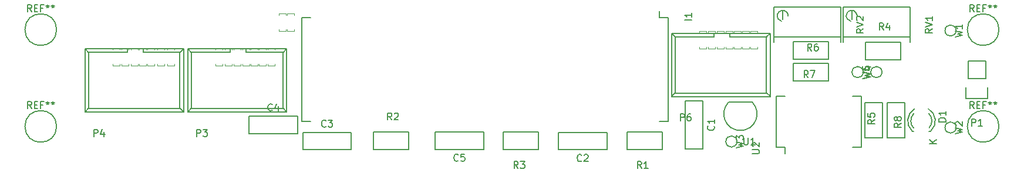
<source format=gto>
G04 #@! TF.FileFunction,Legend,Top*
%FSLAX46Y46*%
G04 Gerber Fmt 4.6, Leading zero omitted, Abs format (unit mm)*
G04 Created by KiCad (PCBNEW 4.0.2-stable) date Wed 13 Apr 2016 05:19:08 PM PDT*
%MOMM*%
G01*
G04 APERTURE LIST*
%ADD10C,0.100000*%
%ADD11C,0.150000*%
G04 APERTURE END LIST*
D10*
D11*
X185903219Y-109000000D02*
G75*
G03X185903219Y-109000000I-803219J0D01*
G01*
X69596000Y-102870000D02*
G75*
G03X69596000Y-102870000I-2286000J0D01*
G01*
X157795000Y-101135000D02*
X156525000Y-101135000D01*
X157795000Y-116105000D02*
X156525000Y-116105000D01*
X104945000Y-116105000D02*
X106215000Y-116105000D01*
X104945000Y-101135000D02*
X106215000Y-101135000D01*
X157795000Y-101135000D02*
X157795000Y-116105000D01*
X104945000Y-101135000D02*
X104945000Y-116105000D01*
X156525000Y-101135000D02*
X156525000Y-100200000D01*
X166649400Y-103886000D02*
X166649400Y-103378000D01*
X164363400Y-103886000D02*
X164363400Y-103378000D01*
X158775400Y-103886000D02*
X164363400Y-103886000D01*
X171983400Y-103886000D02*
X166649400Y-103886000D01*
X171983400Y-112014000D02*
X158775400Y-112014000D01*
X158267400Y-112522000D02*
X172491400Y-112522000D01*
X172491400Y-103378000D02*
X158267400Y-103378000D01*
X158267400Y-103400000D02*
X158807400Y-103950000D01*
X158267400Y-112500000D02*
X158807400Y-111950000D01*
X158807400Y-111950000D02*
X158807400Y-103950000D01*
X158267400Y-112500000D02*
X158267400Y-103400000D01*
X158267400Y-112500000D02*
X158267400Y-103400000D01*
X158807400Y-111950000D02*
X158807400Y-103950000D01*
X158267400Y-112500000D02*
X158807400Y-111950000D01*
X158267400Y-103400000D02*
X158807400Y-103950000D01*
X172491400Y-103400000D02*
X171951400Y-103950000D01*
X172491400Y-112500000D02*
X171951400Y-111950000D01*
X171951400Y-111950000D02*
X171951400Y-103950000D01*
X172491400Y-112500000D02*
X172491400Y-103400000D01*
X172491400Y-112500000D02*
X172491400Y-103400000D01*
X171951400Y-111950000D02*
X171951400Y-103950000D01*
X172491400Y-112500000D02*
X171951400Y-111950000D01*
X172491400Y-103400000D02*
X171951400Y-103950000D01*
D10*
X98755200Y-107823000D02*
X98755200Y-108077000D01*
X98755200Y-108077000D02*
X99771200Y-108077000D01*
X99771200Y-108077000D02*
X99771200Y-107823000D01*
X98755200Y-105791000D02*
X98755200Y-105537000D01*
X98755200Y-105537000D02*
X99771200Y-105537000D01*
X99771200Y-105537000D02*
X99771200Y-105791000D01*
X77724000Y-107823000D02*
X77724000Y-108077000D01*
X77724000Y-108077000D02*
X78740000Y-108077000D01*
X78740000Y-108077000D02*
X78740000Y-107823000D01*
X77724000Y-105791000D02*
X77724000Y-105537000D01*
X77724000Y-105537000D02*
X78740000Y-105537000D01*
X78740000Y-105537000D02*
X78740000Y-105791000D01*
X80289400Y-107823000D02*
X80289400Y-108077000D01*
X80289400Y-108077000D02*
X81305400Y-108077000D01*
X81305400Y-108077000D02*
X81305400Y-107823000D01*
X80289400Y-105791000D02*
X80289400Y-105537000D01*
X80289400Y-105537000D02*
X81305400Y-105537000D01*
X81305400Y-105537000D02*
X81305400Y-105791000D01*
X82677000Y-107823000D02*
X82677000Y-108077000D01*
X82677000Y-108077000D02*
X83693000Y-108077000D01*
X83693000Y-108077000D02*
X83693000Y-107823000D01*
X82677000Y-105791000D02*
X82677000Y-105537000D01*
X82677000Y-105537000D02*
X83693000Y-105537000D01*
X83693000Y-105537000D02*
X83693000Y-105791000D01*
X85521800Y-107823000D02*
X85521800Y-108077000D01*
X85521800Y-108077000D02*
X86537800Y-108077000D01*
X86537800Y-108077000D02*
X86537800Y-107823000D01*
X85521800Y-105791000D02*
X85521800Y-105537000D01*
X85521800Y-105537000D02*
X86537800Y-105537000D01*
X86537800Y-105537000D02*
X86537800Y-105791000D01*
X84099400Y-107823000D02*
X84099400Y-108077000D01*
X84099400Y-108077000D02*
X85115400Y-108077000D01*
X85115400Y-108077000D02*
X85115400Y-107823000D01*
X84099400Y-105791000D02*
X84099400Y-105537000D01*
X84099400Y-105537000D02*
X85115400Y-105537000D01*
X85115400Y-105537000D02*
X85115400Y-105791000D01*
X81508600Y-107823000D02*
X81508600Y-108077000D01*
X81508600Y-108077000D02*
X82524600Y-108077000D01*
X82524600Y-108077000D02*
X82524600Y-107823000D01*
X81508600Y-105791000D02*
X81508600Y-105537000D01*
X81508600Y-105537000D02*
X82524600Y-105537000D01*
X82524600Y-105537000D02*
X82524600Y-105791000D01*
X78994000Y-107823000D02*
X78994000Y-108077000D01*
X78994000Y-108077000D02*
X80010000Y-108077000D01*
X80010000Y-108077000D02*
X80010000Y-107823000D01*
X78994000Y-105791000D02*
X78994000Y-105537000D01*
X78994000Y-105537000D02*
X80010000Y-105537000D01*
X80010000Y-105537000D02*
X80010000Y-105791000D01*
X92532200Y-107823000D02*
X92532200Y-108077000D01*
X92532200Y-108077000D02*
X93548200Y-108077000D01*
X93548200Y-108077000D02*
X93548200Y-107823000D01*
X92532200Y-105791000D02*
X92532200Y-105537000D01*
X92532200Y-105537000D02*
X93548200Y-105537000D01*
X93548200Y-105537000D02*
X93548200Y-105791000D01*
X95123000Y-107823000D02*
X95123000Y-108077000D01*
X95123000Y-108077000D02*
X96139000Y-108077000D01*
X96139000Y-108077000D02*
X96139000Y-107823000D01*
X95123000Y-105791000D02*
X95123000Y-105537000D01*
X95123000Y-105537000D02*
X96139000Y-105537000D01*
X96139000Y-105537000D02*
X96139000Y-105791000D01*
X97561400Y-107823000D02*
X97561400Y-108077000D01*
X97561400Y-108077000D02*
X98577400Y-108077000D01*
X98577400Y-108077000D02*
X98577400Y-107823000D01*
X97561400Y-105791000D02*
X97561400Y-105537000D01*
X97561400Y-105537000D02*
X98577400Y-105537000D01*
X98577400Y-105537000D02*
X98577400Y-105791000D01*
X99999800Y-107797600D02*
X99999800Y-108051600D01*
X99999800Y-108051600D02*
X101015800Y-108051600D01*
X101015800Y-108051600D02*
X101015800Y-107797600D01*
X99999800Y-105765600D02*
X99999800Y-105511600D01*
X99999800Y-105511600D02*
X101015800Y-105511600D01*
X101015800Y-105511600D02*
X101015800Y-105765600D01*
X96393000Y-107823000D02*
X96393000Y-108077000D01*
X96393000Y-108077000D02*
X97409000Y-108077000D01*
X97409000Y-108077000D02*
X97409000Y-107823000D01*
X96393000Y-105791000D02*
X96393000Y-105537000D01*
X96393000Y-105537000D02*
X97409000Y-105537000D01*
X97409000Y-105537000D02*
X97409000Y-105791000D01*
X93878400Y-107823000D02*
X93878400Y-108077000D01*
X93878400Y-108077000D02*
X94894400Y-108077000D01*
X94894400Y-108077000D02*
X94894400Y-107823000D01*
X93878400Y-105791000D02*
X93878400Y-105537000D01*
X93878400Y-105537000D02*
X94894400Y-105537000D01*
X94894400Y-105537000D02*
X94894400Y-105791000D01*
X102692200Y-100761800D02*
X102692200Y-100507800D01*
X102692200Y-100507800D02*
X101676200Y-100507800D01*
X101676200Y-100507800D02*
X101676200Y-100761800D01*
X102692200Y-102793800D02*
X102692200Y-103047800D01*
X102692200Y-103047800D02*
X101676200Y-103047800D01*
X101676200Y-103047800D02*
X101676200Y-102793800D01*
X103860600Y-100761800D02*
X103860600Y-100507800D01*
X103860600Y-100507800D02*
X102844600Y-100507800D01*
X102844600Y-100507800D02*
X102844600Y-100761800D01*
X103860600Y-102793800D02*
X103860600Y-103047800D01*
X103860600Y-103047800D02*
X102844600Y-103047800D01*
X102844600Y-103047800D02*
X102844600Y-102793800D01*
X162280600Y-105333800D02*
X162280600Y-105587800D01*
X162280600Y-105587800D02*
X163296600Y-105587800D01*
X163296600Y-105587800D02*
X163296600Y-105333800D01*
X162280600Y-103301800D02*
X162280600Y-103047800D01*
X162280600Y-103047800D02*
X163296600Y-103047800D01*
X163296600Y-103047800D02*
X163296600Y-103301800D01*
X164820600Y-105333800D02*
X164820600Y-105587800D01*
X164820600Y-105587800D02*
X165836600Y-105587800D01*
X165836600Y-105587800D02*
X165836600Y-105333800D01*
X164820600Y-103301800D02*
X164820600Y-103047800D01*
X164820600Y-103047800D02*
X165836600Y-103047800D01*
X165836600Y-103047800D02*
X165836600Y-103301800D01*
X167259000Y-105333800D02*
X167259000Y-105587800D01*
X167259000Y-105587800D02*
X168275000Y-105587800D01*
X168275000Y-105587800D02*
X168275000Y-105333800D01*
X167259000Y-103301800D02*
X167259000Y-103047800D01*
X167259000Y-103047800D02*
X168275000Y-103047800D01*
X168275000Y-103047800D02*
X168275000Y-103301800D01*
X169621200Y-105333800D02*
X169621200Y-105587800D01*
X169621200Y-105587800D02*
X170637200Y-105587800D01*
X170637200Y-105587800D02*
X170637200Y-105333800D01*
X169621200Y-103301800D02*
X169621200Y-103047800D01*
X169621200Y-103047800D02*
X170637200Y-103047800D01*
X170637200Y-103047800D02*
X170637200Y-103301800D01*
X168427400Y-105333800D02*
X168427400Y-105587800D01*
X168427400Y-105587800D02*
X169443400Y-105587800D01*
X169443400Y-105587800D02*
X169443400Y-105333800D01*
X168427400Y-103301800D02*
X168427400Y-103047800D01*
X168427400Y-103047800D02*
X169443400Y-103047800D01*
X169443400Y-103047800D02*
X169443400Y-103301800D01*
X166116000Y-105333800D02*
X166116000Y-105587800D01*
X166116000Y-105587800D02*
X167132000Y-105587800D01*
X167132000Y-105587800D02*
X167132000Y-105333800D01*
X166116000Y-103301800D02*
X166116000Y-103047800D01*
X166116000Y-103047800D02*
X167132000Y-103047800D01*
X167132000Y-103047800D02*
X167132000Y-103301800D01*
X163576000Y-105333800D02*
X163576000Y-105587800D01*
X163576000Y-105587800D02*
X164592000Y-105587800D01*
X164592000Y-105587800D02*
X164592000Y-105333800D01*
X163576000Y-103301800D02*
X163576000Y-103047800D01*
X163576000Y-103047800D02*
X164592000Y-103047800D01*
X164592000Y-103047800D02*
X164592000Y-103301800D01*
D11*
X169898800Y-113336600D02*
X166498800Y-113336600D01*
X169895856Y-113339544D02*
G75*
G02X168198800Y-117436600I-1697056J-1697056D01*
G01*
X166501744Y-113339544D02*
G75*
G03X168198800Y-117436600I1697056J-1697056D01*
G01*
X173396800Y-119854600D02*
X174666800Y-119854600D01*
X173396800Y-112504600D02*
X174666800Y-112504600D01*
X185606800Y-112504600D02*
X184336800Y-112504600D01*
X185606800Y-119854600D02*
X184336800Y-119854600D01*
X173396800Y-119854600D02*
X173396800Y-112504600D01*
X185606800Y-119854600D02*
X185606800Y-112504600D01*
X174666800Y-119854600D02*
X174666800Y-120789600D01*
X188610819Y-109000000D02*
G75*
G03X188610819Y-109000000I-803219J0D01*
G01*
X167706619Y-119024400D02*
G75*
G03X167706619Y-119024400I-803219J0D01*
G01*
X199303219Y-117000000D02*
G75*
G03X199303219Y-117000000I-803219J0D01*
G01*
X199303219Y-103000000D02*
G75*
G03X199303219Y-103000000I-803219J0D01*
G01*
X174294800Y-100126800D02*
X174294800Y-101396800D01*
X175082200Y-100876100D02*
X175044100Y-100622100D01*
X175044100Y-100622100D02*
X174866300Y-100342700D01*
X174866300Y-100342700D02*
X174548800Y-100126800D01*
X174548800Y-100126800D02*
X174104300Y-100114100D01*
X174104300Y-100114100D02*
X173748700Y-100317300D01*
X173748700Y-100317300D02*
X173570900Y-100609400D01*
X173570900Y-100609400D02*
X173520100Y-100926900D01*
X173520100Y-100926900D02*
X173621700Y-101333300D01*
X173621700Y-101333300D02*
X173964600Y-101587300D01*
X173964600Y-101587300D02*
X174142400Y-101676200D01*
X182676800Y-103936800D02*
X173024800Y-103936800D01*
X173024800Y-100888800D02*
X173024800Y-99618800D01*
X173024800Y-99618800D02*
X182676800Y-99618800D01*
X182676800Y-99618800D02*
X182676800Y-104698800D01*
X173024800Y-104698800D02*
X173024800Y-102158800D01*
X173024800Y-102158800D02*
X173024800Y-100888800D01*
X188696600Y-113436400D02*
X188696600Y-118516400D01*
X188696600Y-118516400D02*
X186156600Y-118516400D01*
X186156600Y-118516400D02*
X186156600Y-113436400D01*
X186156600Y-113436400D02*
X188696600Y-113436400D01*
X180924200Y-107111800D02*
X175844200Y-107111800D01*
X175844200Y-107111800D02*
X175844200Y-104571800D01*
X175844200Y-104571800D02*
X180924200Y-104571800D01*
X180924200Y-104571800D02*
X180924200Y-107111800D01*
X175844200Y-107696000D02*
X180924200Y-107696000D01*
X180924200Y-107696000D02*
X180924200Y-110236000D01*
X180924200Y-110236000D02*
X175844200Y-110236000D01*
X175844200Y-110236000D02*
X175844200Y-107696000D01*
X189331600Y-118491000D02*
X189331600Y-113411000D01*
X189331600Y-113411000D02*
X191871600Y-113411000D01*
X191871600Y-113411000D02*
X191871600Y-118491000D01*
X191871600Y-118491000D02*
X189331600Y-118491000D01*
X186207400Y-104698800D02*
X191287400Y-104698800D01*
X191287400Y-104698800D02*
X191287400Y-107238800D01*
X191287400Y-107238800D02*
X186207400Y-107238800D01*
X186207400Y-107238800D02*
X186207400Y-104698800D01*
X139090400Y-120218200D02*
X134010400Y-120218200D01*
X134010400Y-120218200D02*
X134010400Y-117678200D01*
X134010400Y-117678200D02*
X139090400Y-117678200D01*
X139090400Y-117678200D02*
X139090400Y-120218200D01*
X115290600Y-117678200D02*
X120370600Y-117678200D01*
X120370600Y-117678200D02*
X120370600Y-120218200D01*
X120370600Y-120218200D02*
X115290600Y-120218200D01*
X115290600Y-120218200D02*
X115290600Y-117678200D01*
X156895800Y-120218200D02*
X151815800Y-120218200D01*
X151815800Y-120218200D02*
X151815800Y-117678200D01*
X151815800Y-117678200D02*
X156895800Y-117678200D01*
X156895800Y-117678200D02*
X156895800Y-120218200D01*
X201015600Y-109956600D02*
X201015600Y-107416600D01*
X200735600Y-112776600D02*
X200735600Y-111226600D01*
X201015600Y-109956600D02*
X203555600Y-109956600D01*
X203835600Y-111226600D02*
X203835600Y-112776600D01*
X203835600Y-112776600D02*
X200735600Y-112776600D01*
X203555600Y-109956600D02*
X203555600Y-107416600D01*
X203555600Y-107416600D02*
X201015600Y-107416600D01*
X195598600Y-117547000D02*
X195398600Y-117547000D01*
X193004600Y-117547000D02*
X193184600Y-117547000D01*
X193314957Y-114319256D02*
G75*
G03X192998600Y-117547000I1003643J-1727744D01*
G01*
X193185532Y-114994994D02*
G75*
G03X193184600Y-117098000I1133068J-1052006D01*
G01*
X195625326Y-117534220D02*
G75*
G03X195278600Y-114297000I-1306726J1497220D01*
G01*
X195397853Y-117060889D02*
G75*
G03X195378600Y-115013000I-1079253J1013889D01*
G01*
X131175000Y-120147400D02*
X124175000Y-120147400D01*
X124175000Y-120147400D02*
X124175000Y-117647400D01*
X124175000Y-117647400D02*
X131175000Y-117647400D01*
X131175000Y-117647400D02*
X131175000Y-120147400D01*
X97348800Y-115386800D02*
X104348800Y-115386800D01*
X104348800Y-115386800D02*
X104348800Y-117886800D01*
X104348800Y-117886800D02*
X97348800Y-117886800D01*
X97348800Y-117886800D02*
X97348800Y-115386800D01*
X105095800Y-117723600D02*
X112095800Y-117723600D01*
X112095800Y-117723600D02*
X112095800Y-120223600D01*
X112095800Y-120223600D02*
X105095800Y-120223600D01*
X105095800Y-120223600D02*
X105095800Y-117723600D01*
X148955000Y-120198200D02*
X141955000Y-120198200D01*
X141955000Y-120198200D02*
X141955000Y-117698200D01*
X141955000Y-117698200D02*
X148955000Y-117698200D01*
X148955000Y-117698200D02*
X148955000Y-120198200D01*
X162743200Y-113122200D02*
X162743200Y-120122200D01*
X162743200Y-120122200D02*
X160243200Y-120122200D01*
X160243200Y-120122200D02*
X160243200Y-113122200D01*
X160243200Y-113122200D02*
X162743200Y-113122200D01*
X184251600Y-100126800D02*
X184251600Y-101396800D01*
X185039000Y-100876100D02*
X185000900Y-100622100D01*
X185000900Y-100622100D02*
X184823100Y-100342700D01*
X184823100Y-100342700D02*
X184505600Y-100126800D01*
X184505600Y-100126800D02*
X184061100Y-100114100D01*
X184061100Y-100114100D02*
X183705500Y-100317300D01*
X183705500Y-100317300D02*
X183527700Y-100609400D01*
X183527700Y-100609400D02*
X183476900Y-100926900D01*
X183476900Y-100926900D02*
X183578500Y-101333300D01*
X183578500Y-101333300D02*
X183921400Y-101587300D01*
X183921400Y-101587300D02*
X184099200Y-101676200D01*
X192633600Y-103936800D02*
X182981600Y-103936800D01*
X182981600Y-100888800D02*
X182981600Y-99618800D01*
X182981600Y-99618800D02*
X192633600Y-99618800D01*
X192633600Y-99618800D02*
X192633600Y-104698800D01*
X182981600Y-104698800D02*
X182981600Y-102158800D01*
X182981600Y-102158800D02*
X182981600Y-100888800D01*
X96901000Y-106146600D02*
X96901000Y-105638600D01*
X94615000Y-106146600D02*
X94615000Y-105638600D01*
X89027000Y-106146600D02*
X94615000Y-106146600D01*
X102235000Y-106146600D02*
X96901000Y-106146600D01*
X102235000Y-114274600D02*
X89027000Y-114274600D01*
X88519000Y-114782600D02*
X102743000Y-114782600D01*
X102743000Y-105638600D02*
X88519000Y-105638600D01*
X88519000Y-105660600D02*
X89059000Y-106210600D01*
X88519000Y-114760600D02*
X89059000Y-114210600D01*
X89059000Y-114210600D02*
X89059000Y-106210600D01*
X88519000Y-114760600D02*
X88519000Y-105660600D01*
X88519000Y-114760600D02*
X88519000Y-105660600D01*
X89059000Y-114210600D02*
X89059000Y-106210600D01*
X88519000Y-114760600D02*
X89059000Y-114210600D01*
X88519000Y-105660600D02*
X89059000Y-106210600D01*
X102743000Y-105660600D02*
X102203000Y-106210600D01*
X102743000Y-114760600D02*
X102203000Y-114210600D01*
X102203000Y-114210600D02*
X102203000Y-106210600D01*
X102743000Y-114760600D02*
X102743000Y-105660600D01*
X102743000Y-114760600D02*
X102743000Y-105660600D01*
X102203000Y-114210600D02*
X102203000Y-106210600D01*
X102743000Y-114760600D02*
X102203000Y-114210600D01*
X102743000Y-105660600D02*
X102203000Y-106210600D01*
X82067400Y-106146600D02*
X82067400Y-105638600D01*
X79781400Y-106146600D02*
X79781400Y-105638600D01*
X74193400Y-106146600D02*
X79781400Y-106146600D01*
X87401400Y-106146600D02*
X82067400Y-106146600D01*
X87401400Y-114274600D02*
X74193400Y-114274600D01*
X73685400Y-114782600D02*
X87909400Y-114782600D01*
X87909400Y-105638600D02*
X73685400Y-105638600D01*
X73685400Y-105660600D02*
X74225400Y-106210600D01*
X73685400Y-114760600D02*
X74225400Y-114210600D01*
X74225400Y-114210600D02*
X74225400Y-106210600D01*
X73685400Y-114760600D02*
X73685400Y-105660600D01*
X73685400Y-114760600D02*
X73685400Y-105660600D01*
X74225400Y-114210600D02*
X74225400Y-106210600D01*
X73685400Y-114760600D02*
X74225400Y-114210600D01*
X73685400Y-105660600D02*
X74225400Y-106210600D01*
X87909400Y-105660600D02*
X87369400Y-106210600D01*
X87909400Y-114760600D02*
X87369400Y-114210600D01*
X87369400Y-114210600D02*
X87369400Y-106210600D01*
X87909400Y-114760600D02*
X87909400Y-105660600D01*
X87909400Y-114760600D02*
X87909400Y-105660600D01*
X87369400Y-114210600D02*
X87369400Y-106210600D01*
X87909400Y-114760600D02*
X87369400Y-114210600D01*
X87909400Y-105660600D02*
X87369400Y-106210600D01*
X205486000Y-102870000D02*
G75*
G03X205486000Y-102870000I-2286000J0D01*
G01*
X205486000Y-116840000D02*
G75*
G03X205486000Y-116840000I-2286000J0D01*
G01*
X69596000Y-116840000D02*
G75*
G03X69596000Y-116840000I-2286000J0D01*
G01*
X185819841Y-109904762D02*
X186819841Y-109666667D01*
X186105555Y-109476190D01*
X186819841Y-109285714D01*
X185819841Y-109047619D01*
X185819841Y-108190476D02*
X185819841Y-108666667D01*
X186296031Y-108714286D01*
X186248412Y-108666667D01*
X186200793Y-108571429D01*
X186200793Y-108333333D01*
X186248412Y-108238095D01*
X186296031Y-108190476D01*
X186391270Y-108142857D01*
X186629365Y-108142857D01*
X186724603Y-108190476D01*
X186772222Y-108238095D01*
X186819841Y-108333333D01*
X186819841Y-108571429D01*
X186772222Y-108666667D01*
X186724603Y-108714286D01*
X65976667Y-100274381D02*
X65643333Y-99798190D01*
X65405238Y-100274381D02*
X65405238Y-99274381D01*
X65786191Y-99274381D01*
X65881429Y-99322000D01*
X65929048Y-99369619D01*
X65976667Y-99464857D01*
X65976667Y-99607714D01*
X65929048Y-99702952D01*
X65881429Y-99750571D01*
X65786191Y-99798190D01*
X65405238Y-99798190D01*
X66405238Y-99750571D02*
X66738572Y-99750571D01*
X66881429Y-100274381D02*
X66405238Y-100274381D01*
X66405238Y-99274381D01*
X66881429Y-99274381D01*
X67643334Y-99750571D02*
X67310000Y-99750571D01*
X67310000Y-100274381D02*
X67310000Y-99274381D01*
X67786191Y-99274381D01*
X68310000Y-99274381D02*
X68310000Y-99512476D01*
X68071905Y-99417238D02*
X68310000Y-99512476D01*
X68548096Y-99417238D01*
X68167143Y-99702952D02*
X68310000Y-99512476D01*
X68452858Y-99702952D01*
X69071905Y-99274381D02*
X69071905Y-99512476D01*
X68833810Y-99417238D02*
X69071905Y-99512476D01*
X69310001Y-99417238D01*
X68929048Y-99702952D02*
X69071905Y-99512476D01*
X69214763Y-99702952D01*
X161172381Y-101476190D02*
X160172381Y-101476190D01*
X161172381Y-100476190D02*
X161172381Y-101047619D01*
X161172381Y-100761905D02*
X160172381Y-100761905D01*
X160315238Y-100857143D01*
X160410476Y-100952381D01*
X160458095Y-101047619D01*
X159561305Y-116022381D02*
X159561305Y-115022381D01*
X159942258Y-115022381D01*
X160037496Y-115070000D01*
X160085115Y-115117619D01*
X160132734Y-115212857D01*
X160132734Y-115355714D01*
X160085115Y-115450952D01*
X160037496Y-115498571D01*
X159942258Y-115546190D01*
X159561305Y-115546190D01*
X160989877Y-115022381D02*
X160799400Y-115022381D01*
X160704162Y-115070000D01*
X160656543Y-115117619D01*
X160561305Y-115260476D01*
X160513686Y-115450952D01*
X160513686Y-115831905D01*
X160561305Y-115927143D01*
X160608924Y-115974762D01*
X160704162Y-116022381D01*
X160894639Y-116022381D01*
X160989877Y-115974762D01*
X161037496Y-115927143D01*
X161085115Y-115831905D01*
X161085115Y-115593810D01*
X161037496Y-115498571D01*
X160989877Y-115450952D01*
X160894639Y-115403333D01*
X160704162Y-115403333D01*
X160608924Y-115450952D01*
X160561305Y-115498571D01*
X160513686Y-115593810D01*
X168706895Y-118488981D02*
X168706895Y-119298505D01*
X168754514Y-119393743D01*
X168802133Y-119441362D01*
X168897371Y-119488981D01*
X169087848Y-119488981D01*
X169183086Y-119441362D01*
X169230705Y-119393743D01*
X169278324Y-119298505D01*
X169278324Y-118488981D01*
X170278324Y-119488981D02*
X169706895Y-119488981D01*
X169992609Y-119488981D02*
X169992609Y-118488981D01*
X169897371Y-118631838D01*
X169802133Y-118727076D01*
X169706895Y-118774695D01*
X169924181Y-120751505D02*
X170733705Y-120751505D01*
X170828943Y-120703886D01*
X170876562Y-120656267D01*
X170924181Y-120561029D01*
X170924181Y-120370552D01*
X170876562Y-120275314D01*
X170828943Y-120227695D01*
X170733705Y-120180076D01*
X169924181Y-120180076D01*
X170019419Y-119751505D02*
X169971800Y-119703886D01*
X169924181Y-119608648D01*
X169924181Y-119370552D01*
X169971800Y-119275314D01*
X170019419Y-119227695D01*
X170114657Y-119180076D01*
X170209895Y-119180076D01*
X170352752Y-119227695D01*
X170924181Y-119799124D01*
X170924181Y-119180076D01*
X185992521Y-109904762D02*
X186992521Y-109666667D01*
X186278235Y-109476190D01*
X186992521Y-109285714D01*
X185992521Y-109047619D01*
X186325854Y-108238095D02*
X186992521Y-108238095D01*
X185944902Y-108476191D02*
X186659188Y-108714286D01*
X186659188Y-108095238D01*
X167623241Y-119929162D02*
X168623241Y-119691067D01*
X167908955Y-119500590D01*
X168623241Y-119310114D01*
X167623241Y-119072019D01*
X167623241Y-118786305D02*
X167623241Y-118167257D01*
X168004193Y-118500591D01*
X168004193Y-118357733D01*
X168051812Y-118262495D01*
X168099431Y-118214876D01*
X168194670Y-118167257D01*
X168432765Y-118167257D01*
X168528003Y-118214876D01*
X168575622Y-118262495D01*
X168623241Y-118357733D01*
X168623241Y-118643448D01*
X168575622Y-118738686D01*
X168528003Y-118786305D01*
X199219841Y-117904762D02*
X200219841Y-117666667D01*
X199505555Y-117476190D01*
X200219841Y-117285714D01*
X199219841Y-117047619D01*
X199315079Y-116714286D02*
X199267460Y-116666667D01*
X199219841Y-116571429D01*
X199219841Y-116333333D01*
X199267460Y-116238095D01*
X199315079Y-116190476D01*
X199410317Y-116142857D01*
X199505555Y-116142857D01*
X199648412Y-116190476D01*
X200219841Y-116761905D01*
X200219841Y-116142857D01*
X199219841Y-103904762D02*
X200219841Y-103666667D01*
X199505555Y-103476190D01*
X200219841Y-103285714D01*
X199219841Y-103047619D01*
X200219841Y-102142857D02*
X200219841Y-102714286D01*
X200219841Y-102428572D02*
X199219841Y-102428572D01*
X199362698Y-102523810D01*
X199457936Y-102619048D01*
X199505555Y-102714286D01*
X185923181Y-102754038D02*
X185446990Y-103087372D01*
X185923181Y-103325467D02*
X184923181Y-103325467D01*
X184923181Y-102944514D01*
X184970800Y-102849276D01*
X185018419Y-102801657D01*
X185113657Y-102754038D01*
X185256514Y-102754038D01*
X185351752Y-102801657D01*
X185399371Y-102849276D01*
X185446990Y-102944514D01*
X185446990Y-103325467D01*
X184923181Y-102468324D02*
X185923181Y-102134991D01*
X184923181Y-101801657D01*
X185018419Y-101515943D02*
X184970800Y-101468324D01*
X184923181Y-101373086D01*
X184923181Y-101134990D01*
X184970800Y-101039752D01*
X185018419Y-100992133D01*
X185113657Y-100944514D01*
X185208895Y-100944514D01*
X185351752Y-100992133D01*
X185923181Y-101563562D01*
X185923181Y-100944514D01*
X191379101Y-116391986D02*
X190902910Y-116725320D01*
X191379101Y-116963415D02*
X190379101Y-116963415D01*
X190379101Y-116582462D01*
X190426720Y-116487224D01*
X190474339Y-116439605D01*
X190569577Y-116391986D01*
X190712434Y-116391986D01*
X190807672Y-116439605D01*
X190855291Y-116487224D01*
X190902910Y-116582462D01*
X190902910Y-116963415D01*
X190807672Y-115820558D02*
X190760053Y-115915796D01*
X190712434Y-115963415D01*
X190617196Y-116011034D01*
X190569577Y-116011034D01*
X190474339Y-115963415D01*
X190426720Y-115915796D01*
X190379101Y-115820558D01*
X190379101Y-115630081D01*
X190426720Y-115534843D01*
X190474339Y-115487224D01*
X190569577Y-115439605D01*
X190617196Y-115439605D01*
X190712434Y-115487224D01*
X190760053Y-115534843D01*
X190807672Y-115630081D01*
X190807672Y-115820558D01*
X190855291Y-115915796D01*
X190902910Y-115963415D01*
X190998149Y-116011034D01*
X191188625Y-116011034D01*
X191283863Y-115963415D01*
X191331482Y-115915796D01*
X191379101Y-115820558D01*
X191379101Y-115630081D01*
X191331482Y-115534843D01*
X191283863Y-115487224D01*
X191188625Y-115439605D01*
X190998149Y-115439605D01*
X190902910Y-115487224D01*
X190855291Y-115534843D01*
X190807672Y-115630081D01*
X177968614Y-109794301D02*
X177635280Y-109318110D01*
X177397185Y-109794301D02*
X177397185Y-108794301D01*
X177778138Y-108794301D01*
X177873376Y-108841920D01*
X177920995Y-108889539D01*
X177968614Y-108984777D01*
X177968614Y-109127634D01*
X177920995Y-109222872D01*
X177873376Y-109270491D01*
X177778138Y-109318110D01*
X177397185Y-109318110D01*
X178301947Y-108794301D02*
X178968614Y-108794301D01*
X178540042Y-109794301D01*
X178466454Y-105918261D02*
X178133120Y-105442070D01*
X177895025Y-105918261D02*
X177895025Y-104918261D01*
X178275978Y-104918261D01*
X178371216Y-104965880D01*
X178418835Y-105013499D01*
X178466454Y-105108737D01*
X178466454Y-105251594D01*
X178418835Y-105346832D01*
X178371216Y-105394451D01*
X178275978Y-105442070D01*
X177895025Y-105442070D01*
X179323597Y-104918261D02*
X179133120Y-104918261D01*
X179037882Y-104965880D01*
X178990263Y-105013499D01*
X178895025Y-105156356D01*
X178847406Y-105346832D01*
X178847406Y-105727785D01*
X178895025Y-105823023D01*
X178942644Y-105870642D01*
X179037882Y-105918261D01*
X179228359Y-105918261D01*
X179323597Y-105870642D01*
X179371216Y-105823023D01*
X179418835Y-105727785D01*
X179418835Y-105489690D01*
X179371216Y-105394451D01*
X179323597Y-105346832D01*
X179228359Y-105299213D01*
X179037882Y-105299213D01*
X178942644Y-105346832D01*
X178895025Y-105394451D01*
X178847406Y-105489690D01*
X187553861Y-115868746D02*
X187077670Y-116202080D01*
X187553861Y-116440175D02*
X186553861Y-116440175D01*
X186553861Y-116059222D01*
X186601480Y-115963984D01*
X186649099Y-115916365D01*
X186744337Y-115868746D01*
X186887194Y-115868746D01*
X186982432Y-115916365D01*
X187030051Y-115963984D01*
X187077670Y-116059222D01*
X187077670Y-116440175D01*
X186553861Y-114963984D02*
X186553861Y-115440175D01*
X187030051Y-115487794D01*
X186982432Y-115440175D01*
X186934813Y-115344937D01*
X186934813Y-115106841D01*
X186982432Y-115011603D01*
X187030051Y-114963984D01*
X187125290Y-114916365D01*
X187363385Y-114916365D01*
X187458623Y-114963984D01*
X187506242Y-115011603D01*
X187553861Y-115106841D01*
X187553861Y-115344937D01*
X187506242Y-115440175D01*
X187458623Y-115487794D01*
X188829654Y-102921061D02*
X188496320Y-102444870D01*
X188258225Y-102921061D02*
X188258225Y-101921061D01*
X188639178Y-101921061D01*
X188734416Y-101968680D01*
X188782035Y-102016299D01*
X188829654Y-102111537D01*
X188829654Y-102254394D01*
X188782035Y-102349632D01*
X188734416Y-102397251D01*
X188639178Y-102444870D01*
X188258225Y-102444870D01*
X189686797Y-102254394D02*
X189686797Y-102921061D01*
X189448701Y-101873442D02*
X189210606Y-102587728D01*
X189829654Y-102587728D01*
X136134814Y-122900701D02*
X135801480Y-122424510D01*
X135563385Y-122900701D02*
X135563385Y-121900701D01*
X135944338Y-121900701D01*
X136039576Y-121948320D01*
X136087195Y-121995939D01*
X136134814Y-122091177D01*
X136134814Y-122234034D01*
X136087195Y-122329272D01*
X136039576Y-122376891D01*
X135944338Y-122424510D01*
X135563385Y-122424510D01*
X136468147Y-121900701D02*
X137087195Y-121900701D01*
X136753861Y-122281653D01*
X136896719Y-122281653D01*
X136991957Y-122329272D01*
X137039576Y-122376891D01*
X137087195Y-122472130D01*
X137087195Y-122710225D01*
X137039576Y-122805463D01*
X136991957Y-122853082D01*
X136896719Y-122900701D01*
X136611004Y-122900701D01*
X136515766Y-122853082D01*
X136468147Y-122805463D01*
X117912854Y-115900461D02*
X117579520Y-115424270D01*
X117341425Y-115900461D02*
X117341425Y-114900461D01*
X117722378Y-114900461D01*
X117817616Y-114948080D01*
X117865235Y-114995699D01*
X117912854Y-115090937D01*
X117912854Y-115233794D01*
X117865235Y-115329032D01*
X117817616Y-115376651D01*
X117722378Y-115424270D01*
X117341425Y-115424270D01*
X118293806Y-114995699D02*
X118341425Y-114948080D01*
X118436663Y-114900461D01*
X118674759Y-114900461D01*
X118769997Y-114948080D01*
X118817616Y-114995699D01*
X118865235Y-115090937D01*
X118865235Y-115186175D01*
X118817616Y-115329032D01*
X118246187Y-115900461D01*
X118865235Y-115900461D01*
X153940214Y-122900701D02*
X153606880Y-122424510D01*
X153368785Y-122900701D02*
X153368785Y-121900701D01*
X153749738Y-121900701D01*
X153844976Y-121948320D01*
X153892595Y-121995939D01*
X153940214Y-122091177D01*
X153940214Y-122234034D01*
X153892595Y-122329272D01*
X153844976Y-122376891D01*
X153749738Y-122424510D01*
X153368785Y-122424510D01*
X154892595Y-122900701D02*
X154321166Y-122900701D01*
X154606880Y-122900701D02*
X154606880Y-121900701D01*
X154511642Y-122043558D01*
X154416404Y-122138796D01*
X154321166Y-122186415D01*
X201547505Y-116778981D02*
X201547505Y-115778981D01*
X201928458Y-115778981D01*
X202023696Y-115826600D01*
X202071315Y-115874219D01*
X202118934Y-115969457D01*
X202118934Y-116112314D01*
X202071315Y-116207552D01*
X202023696Y-116255171D01*
X201928458Y-116302790D01*
X201547505Y-116302790D01*
X203071315Y-116778981D02*
X202499886Y-116778981D01*
X202785600Y-116778981D02*
X202785600Y-115778981D01*
X202690362Y-115921838D01*
X202595124Y-116017076D01*
X202499886Y-116064695D01*
X197796981Y-116176095D02*
X196796981Y-116176095D01*
X196796981Y-115938000D01*
X196844600Y-115795142D01*
X196939838Y-115699904D01*
X197035076Y-115652285D01*
X197225552Y-115604666D01*
X197368410Y-115604666D01*
X197558886Y-115652285D01*
X197654124Y-115699904D01*
X197749362Y-115795142D01*
X197796981Y-115938000D01*
X197796981Y-116176095D01*
X197796981Y-114652285D02*
X197796981Y-115223714D01*
X197796981Y-114938000D02*
X196796981Y-114938000D01*
X196939838Y-115033238D01*
X197035076Y-115128476D01*
X197082695Y-115223714D01*
X196476981Y-119299905D02*
X195476981Y-119299905D01*
X196476981Y-118728476D02*
X195905552Y-119157048D01*
X195476981Y-118728476D02*
X196048410Y-119299905D01*
X127508334Y-121754543D02*
X127460715Y-121802162D01*
X127317858Y-121849781D01*
X127222620Y-121849781D01*
X127079762Y-121802162D01*
X126984524Y-121706924D01*
X126936905Y-121611686D01*
X126889286Y-121421210D01*
X126889286Y-121278352D01*
X126936905Y-121087876D01*
X126984524Y-120992638D01*
X127079762Y-120897400D01*
X127222620Y-120849781D01*
X127317858Y-120849781D01*
X127460715Y-120897400D01*
X127508334Y-120945019D01*
X128413096Y-120849781D02*
X127936905Y-120849781D01*
X127889286Y-121325971D01*
X127936905Y-121278352D01*
X128032143Y-121230733D01*
X128270239Y-121230733D01*
X128365477Y-121278352D01*
X128413096Y-121325971D01*
X128460715Y-121421210D01*
X128460715Y-121659305D01*
X128413096Y-121754543D01*
X128365477Y-121802162D01*
X128270239Y-121849781D01*
X128032143Y-121849781D01*
X127936905Y-121802162D01*
X127889286Y-121754543D01*
X100682134Y-114493943D02*
X100634515Y-114541562D01*
X100491658Y-114589181D01*
X100396420Y-114589181D01*
X100253562Y-114541562D01*
X100158324Y-114446324D01*
X100110705Y-114351086D01*
X100063086Y-114160610D01*
X100063086Y-114017752D01*
X100110705Y-113827276D01*
X100158324Y-113732038D01*
X100253562Y-113636800D01*
X100396420Y-113589181D01*
X100491658Y-113589181D01*
X100634515Y-113636800D01*
X100682134Y-113684419D01*
X101539277Y-113922514D02*
X101539277Y-114589181D01*
X101301181Y-113541562D02*
X101063086Y-114255848D01*
X101682134Y-114255848D01*
X108429134Y-116830743D02*
X108381515Y-116878362D01*
X108238658Y-116925981D01*
X108143420Y-116925981D01*
X108000562Y-116878362D01*
X107905324Y-116783124D01*
X107857705Y-116687886D01*
X107810086Y-116497410D01*
X107810086Y-116354552D01*
X107857705Y-116164076D01*
X107905324Y-116068838D01*
X108000562Y-115973600D01*
X108143420Y-115925981D01*
X108238658Y-115925981D01*
X108381515Y-115973600D01*
X108429134Y-116021219D01*
X108762467Y-115925981D02*
X109381515Y-115925981D01*
X109048181Y-116306933D01*
X109191039Y-116306933D01*
X109286277Y-116354552D01*
X109333896Y-116402171D01*
X109381515Y-116497410D01*
X109381515Y-116735505D01*
X109333896Y-116830743D01*
X109286277Y-116878362D01*
X109191039Y-116925981D01*
X108905324Y-116925981D01*
X108810086Y-116878362D01*
X108762467Y-116830743D01*
X145288334Y-121805343D02*
X145240715Y-121852962D01*
X145097858Y-121900581D01*
X145002620Y-121900581D01*
X144859762Y-121852962D01*
X144764524Y-121757724D01*
X144716905Y-121662486D01*
X144669286Y-121472010D01*
X144669286Y-121329152D01*
X144716905Y-121138676D01*
X144764524Y-121043438D01*
X144859762Y-120948200D01*
X145002620Y-120900581D01*
X145097858Y-120900581D01*
X145240715Y-120948200D01*
X145288334Y-120995819D01*
X145669286Y-120995819D02*
X145716905Y-120948200D01*
X145812143Y-120900581D01*
X146050239Y-120900581D01*
X146145477Y-120948200D01*
X146193096Y-120995819D01*
X146240715Y-121091057D01*
X146240715Y-121186295D01*
X146193096Y-121329152D01*
X145621667Y-121900581D01*
X146240715Y-121900581D01*
X164350343Y-116788866D02*
X164397962Y-116836485D01*
X164445581Y-116979342D01*
X164445581Y-117074580D01*
X164397962Y-117217438D01*
X164302724Y-117312676D01*
X164207486Y-117360295D01*
X164017010Y-117407914D01*
X163874152Y-117407914D01*
X163683676Y-117360295D01*
X163588438Y-117312676D01*
X163493200Y-117217438D01*
X163445581Y-117074580D01*
X163445581Y-116979342D01*
X163493200Y-116836485D01*
X163540819Y-116788866D01*
X164445581Y-115836485D02*
X164445581Y-116407914D01*
X164445581Y-116122200D02*
X163445581Y-116122200D01*
X163588438Y-116217438D01*
X163683676Y-116312676D01*
X163731295Y-116407914D01*
X195879981Y-102754038D02*
X195403790Y-103087372D01*
X195879981Y-103325467D02*
X194879981Y-103325467D01*
X194879981Y-102944514D01*
X194927600Y-102849276D01*
X194975219Y-102801657D01*
X195070457Y-102754038D01*
X195213314Y-102754038D01*
X195308552Y-102801657D01*
X195356171Y-102849276D01*
X195403790Y-102944514D01*
X195403790Y-103325467D01*
X194879981Y-102468324D02*
X195879981Y-102134991D01*
X194879981Y-101801657D01*
X195879981Y-100944514D02*
X195879981Y-101515943D01*
X195879981Y-101230229D02*
X194879981Y-101230229D01*
X195022838Y-101325467D01*
X195118076Y-101420705D01*
X195165695Y-101515943D01*
X89812905Y-118282981D02*
X89812905Y-117282981D01*
X90193858Y-117282981D01*
X90289096Y-117330600D01*
X90336715Y-117378219D01*
X90384334Y-117473457D01*
X90384334Y-117616314D01*
X90336715Y-117711552D01*
X90289096Y-117759171D01*
X90193858Y-117806790D01*
X89812905Y-117806790D01*
X90717667Y-117282981D02*
X91336715Y-117282981D01*
X91003381Y-117663933D01*
X91146239Y-117663933D01*
X91241477Y-117711552D01*
X91289096Y-117759171D01*
X91336715Y-117854410D01*
X91336715Y-118092505D01*
X91289096Y-118187743D01*
X91241477Y-118235362D01*
X91146239Y-118282981D01*
X90860524Y-118282981D01*
X90765286Y-118235362D01*
X90717667Y-118187743D01*
X74979305Y-118282981D02*
X74979305Y-117282981D01*
X75360258Y-117282981D01*
X75455496Y-117330600D01*
X75503115Y-117378219D01*
X75550734Y-117473457D01*
X75550734Y-117616314D01*
X75503115Y-117711552D01*
X75455496Y-117759171D01*
X75360258Y-117806790D01*
X74979305Y-117806790D01*
X76407877Y-117616314D02*
X76407877Y-118282981D01*
X76169781Y-117235362D02*
X75931686Y-117949648D01*
X76550734Y-117949648D01*
X201866667Y-100274381D02*
X201533333Y-99798190D01*
X201295238Y-100274381D02*
X201295238Y-99274381D01*
X201676191Y-99274381D01*
X201771429Y-99322000D01*
X201819048Y-99369619D01*
X201866667Y-99464857D01*
X201866667Y-99607714D01*
X201819048Y-99702952D01*
X201771429Y-99750571D01*
X201676191Y-99798190D01*
X201295238Y-99798190D01*
X202295238Y-99750571D02*
X202628572Y-99750571D01*
X202771429Y-100274381D02*
X202295238Y-100274381D01*
X202295238Y-99274381D01*
X202771429Y-99274381D01*
X203533334Y-99750571D02*
X203200000Y-99750571D01*
X203200000Y-100274381D02*
X203200000Y-99274381D01*
X203676191Y-99274381D01*
X204200000Y-99274381D02*
X204200000Y-99512476D01*
X203961905Y-99417238D02*
X204200000Y-99512476D01*
X204438096Y-99417238D01*
X204057143Y-99702952D02*
X204200000Y-99512476D01*
X204342858Y-99702952D01*
X204961905Y-99274381D02*
X204961905Y-99512476D01*
X204723810Y-99417238D02*
X204961905Y-99512476D01*
X205200001Y-99417238D01*
X204819048Y-99702952D02*
X204961905Y-99512476D01*
X205104763Y-99702952D01*
X201866667Y-114244381D02*
X201533333Y-113768190D01*
X201295238Y-114244381D02*
X201295238Y-113244381D01*
X201676191Y-113244381D01*
X201771429Y-113292000D01*
X201819048Y-113339619D01*
X201866667Y-113434857D01*
X201866667Y-113577714D01*
X201819048Y-113672952D01*
X201771429Y-113720571D01*
X201676191Y-113768190D01*
X201295238Y-113768190D01*
X202295238Y-113720571D02*
X202628572Y-113720571D01*
X202771429Y-114244381D02*
X202295238Y-114244381D01*
X202295238Y-113244381D01*
X202771429Y-113244381D01*
X203533334Y-113720571D02*
X203200000Y-113720571D01*
X203200000Y-114244381D02*
X203200000Y-113244381D01*
X203676191Y-113244381D01*
X204200000Y-113244381D02*
X204200000Y-113482476D01*
X203961905Y-113387238D02*
X204200000Y-113482476D01*
X204438096Y-113387238D01*
X204057143Y-113672952D02*
X204200000Y-113482476D01*
X204342858Y-113672952D01*
X204961905Y-113244381D02*
X204961905Y-113482476D01*
X204723810Y-113387238D02*
X204961905Y-113482476D01*
X205200001Y-113387238D01*
X204819048Y-113672952D02*
X204961905Y-113482476D01*
X205104763Y-113672952D01*
X65976667Y-114244381D02*
X65643333Y-113768190D01*
X65405238Y-114244381D02*
X65405238Y-113244381D01*
X65786191Y-113244381D01*
X65881429Y-113292000D01*
X65929048Y-113339619D01*
X65976667Y-113434857D01*
X65976667Y-113577714D01*
X65929048Y-113672952D01*
X65881429Y-113720571D01*
X65786191Y-113768190D01*
X65405238Y-113768190D01*
X66405238Y-113720571D02*
X66738572Y-113720571D01*
X66881429Y-114244381D02*
X66405238Y-114244381D01*
X66405238Y-113244381D01*
X66881429Y-113244381D01*
X67643334Y-113720571D02*
X67310000Y-113720571D01*
X67310000Y-114244381D02*
X67310000Y-113244381D01*
X67786191Y-113244381D01*
X68310000Y-113244381D02*
X68310000Y-113482476D01*
X68071905Y-113387238D02*
X68310000Y-113482476D01*
X68548096Y-113387238D01*
X68167143Y-113672952D02*
X68310000Y-113482476D01*
X68452858Y-113672952D01*
X69071905Y-113244381D02*
X69071905Y-113482476D01*
X68833810Y-113387238D02*
X69071905Y-113482476D01*
X69310001Y-113387238D01*
X68929048Y-113672952D02*
X69071905Y-113482476D01*
X69214763Y-113672952D01*
M02*

</source>
